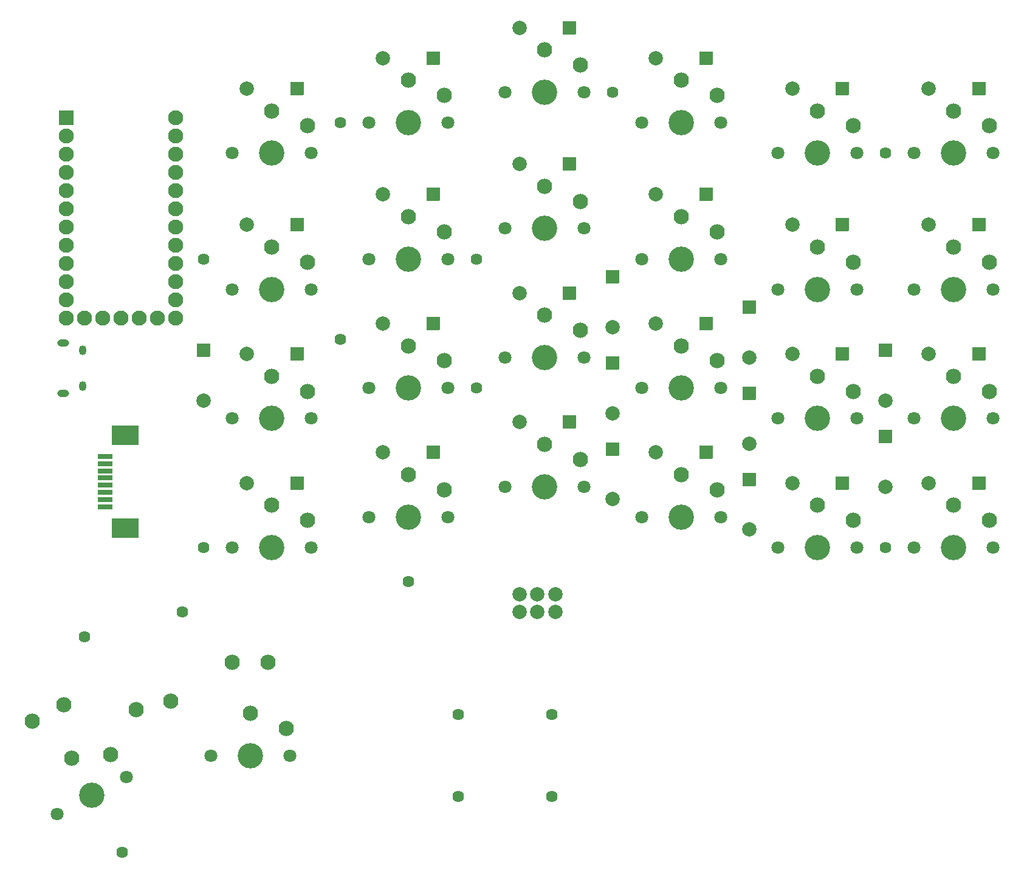
<source format=gbr>
%TF.GenerationSoftware,KiCad,Pcbnew,(6.0.4)*%
%TF.CreationDate,2023-12-12T22:18:02-08:00*%
%TF.ProjectId,keyboard,6b657962-6f61-4726-942e-6b696361645f,v1.0.0*%
%TF.SameCoordinates,Original*%
%TF.FileFunction,Soldermask,Bot*%
%TF.FilePolarity,Negative*%
%FSLAX46Y46*%
G04 Gerber Fmt 4.6, Leading zero omitted, Abs format (unit mm)*
G04 Created by KiCad (PCBNEW (6.0.4)) date 2023-12-12 22:18:02*
%MOMM*%
%LPD*%
G01*
G04 APERTURE LIST*
G04 Aperture macros list*
%AMRoundRect*
0 Rectangle with rounded corners*
0 $1 Rounding radius*
0 $2 $3 $4 $5 $6 $7 $8 $9 X,Y pos of 4 corners*
0 Add a 4 corners polygon primitive as box body*
4,1,4,$2,$3,$4,$5,$6,$7,$8,$9,$2,$3,0*
0 Add four circle primitives for the rounded corners*
1,1,$1+$1,$2,$3*
1,1,$1+$1,$4,$5*
1,1,$1+$1,$6,$7*
1,1,$1+$1,$8,$9*
0 Add four rect primitives between the rounded corners*
20,1,$1+$1,$2,$3,$4,$5,0*
20,1,$1+$1,$4,$5,$6,$7,0*
20,1,$1+$1,$6,$7,$8,$9,0*
20,1,$1+$1,$8,$9,$2,$3,0*%
G04 Aperture macros list end*
%ADD10C,2.132000*%
%ADD11C,1.624000*%
%ADD12C,2.005000*%
%ADD13RoundRect,0.050000X-0.889000X0.889000X-0.889000X-0.889000X0.889000X-0.889000X0.889000X0.889000X0*%
%ADD14C,1.801800*%
%ADD15C,3.529000*%
%ADD16RoundRect,0.050000X0.889000X0.889000X-0.889000X0.889000X-0.889000X-0.889000X0.889000X-0.889000X0*%
%ADD17RoundRect,0.050000X-1.000000X-1.000000X1.000000X-1.000000X1.000000X1.000000X-1.000000X1.000000X0*%
%ADD18C,2.100000*%
%ADD19O,1.650000X0.990000*%
%ADD20O,1.050000X1.350000*%
%ADD21RoundRect,0.050000X-1.000000X0.305000X-1.000000X-0.305000X1.000000X-0.305000X1.000000X0.305000X0*%
%ADD22RoundRect,0.050000X-1.800000X1.340000X-1.800000X-1.340000X1.800000X-1.340000X1.800000X1.340000X0*%
G04 APERTURE END LIST*
D10*
%TO.C,M2*%
X131074261Y-172604805D03*
X135925739Y-171395195D03*
%TD*%
D11*
%TO.C,*%
X235500000Y-150000000D03*
%TD*%
D12*
%TO.C,D28*%
X235500000Y-141500000D03*
D13*
X235500000Y-134500000D03*
%TD*%
D11*
%TO.C,*%
X129125244Y-192496528D03*
%TD*%
D14*
%TO.C,S6*%
X174500000Y-127750000D03*
D15*
X169000000Y-127750000D03*
D14*
X163500000Y-127750000D03*
D10*
X174000000Y-123950000D03*
X169000000Y-121850000D03*
%TD*%
D12*
%TO.C,D16*%
X203500000Y-81750000D03*
D16*
X210500000Y-81750000D03*
%TD*%
D14*
%TO.C,S21*%
X239500000Y-150000000D03*
X250500000Y-150000000D03*
D15*
X245000000Y-150000000D03*
D10*
X250000000Y-146200000D03*
X245000000Y-144100000D03*
%TD*%
D14*
%TO.C,S1*%
X155500000Y-150000000D03*
X144500000Y-150000000D03*
D15*
X150000000Y-150000000D03*
D10*
X155000000Y-146200000D03*
X150000000Y-144100000D03*
%TD*%
D12*
%TO.C,D20*%
X222500000Y-86000000D03*
D16*
X229500000Y-86000000D03*
%TD*%
D12*
%TO.C,D36*%
X140500000Y-129500000D03*
D13*
X140500000Y-122500000D03*
%TD*%
D12*
%TO.C,D17*%
X222500000Y-141000000D03*
D16*
X229500000Y-141000000D03*
%TD*%
D12*
%TO.C,D7*%
X165500000Y-100750000D03*
D16*
X172500000Y-100750000D03*
%TD*%
D12*
%TO.C,D35*%
X184500000Y-159000000D03*
X187000000Y-159000000D03*
X189500000Y-159000000D03*
X184500000Y-156500000D03*
X187000000Y-156500000D03*
X189500000Y-156500000D03*
%TD*%
D11*
%TO.C,*%
X140500000Y-150000000D03*
%TD*%
D12*
%TO.C,D30*%
X216500000Y-135500000D03*
D13*
X216500000Y-128500000D03*
%TD*%
D11*
%TO.C,*%
X189000000Y-184700000D03*
%TD*%
%TO.C,*%
X159500000Y-121000000D03*
%TD*%
D12*
%TO.C,D8*%
X165500000Y-81750000D03*
D16*
X172500000Y-81750000D03*
%TD*%
D15*
%TO.C,S22*%
X245000000Y-132000000D03*
D14*
X250500000Y-132000000D03*
X239500000Y-132000000D03*
D10*
X250000000Y-128200000D03*
X245000000Y-126100000D03*
%TD*%
D14*
%TO.C,S16*%
X212500000Y-90750000D03*
D15*
X207000000Y-90750000D03*
D14*
X201500000Y-90750000D03*
D10*
X212000000Y-86950000D03*
X207000000Y-84850000D03*
%TD*%
D12*
%TO.C,D15*%
X203500000Y-100750000D03*
D16*
X210500000Y-100750000D03*
%TD*%
D14*
%TO.C,S7*%
X174500000Y-109750000D03*
D15*
X169000000Y-109750000D03*
D14*
X163500000Y-109750000D03*
D10*
X174000000Y-105950000D03*
X169000000Y-103850000D03*
%TD*%
D12*
%TO.C,D33*%
X197500000Y-131250000D03*
D13*
X197500000Y-124250000D03*
%TD*%
D11*
%TO.C,*%
X176000000Y-173300000D03*
%TD*%
D15*
%TO.C,S11*%
X188000000Y-105500000D03*
D14*
X193500000Y-105500000D03*
X182500000Y-105500000D03*
D10*
X193000000Y-101700000D03*
X188000000Y-99600000D03*
%TD*%
D14*
%TO.C,S23*%
X250500000Y-114000000D03*
D15*
X245000000Y-114000000D03*
D14*
X239500000Y-114000000D03*
D10*
X250000000Y-110200000D03*
X245000000Y-108100000D03*
%TD*%
D14*
%TO.C,S18*%
X220500000Y-132000000D03*
D15*
X226000000Y-132000000D03*
D14*
X231500000Y-132000000D03*
D10*
X231000000Y-128200000D03*
X226000000Y-126100000D03*
%TD*%
D15*
%TO.C,S13*%
X207000000Y-145750000D03*
D14*
X212500000Y-145750000D03*
X201500000Y-145750000D03*
D10*
X212000000Y-141950000D03*
X207000000Y-139850000D03*
%TD*%
D12*
%TO.C,D21*%
X241500000Y-141000000D03*
D16*
X248500000Y-141000000D03*
%TD*%
D14*
%TO.C,S10*%
X182500000Y-123500000D03*
X193500000Y-123500000D03*
D15*
X188000000Y-123500000D03*
D10*
X193000000Y-119700000D03*
X188000000Y-117600000D03*
%TD*%
D12*
%TO.C,D22*%
X241500000Y-123000000D03*
D16*
X248500000Y-123000000D03*
%TD*%
D11*
%TO.C,*%
X178500000Y-127750000D03*
%TD*%
D14*
%TO.C,S19*%
X220500000Y-114000000D03*
D15*
X226000000Y-114000000D03*
D14*
X231500000Y-114000000D03*
D10*
X231000000Y-110200000D03*
X226000000Y-108100000D03*
%TD*%
D12*
%TO.C,D12*%
X184500000Y-77500000D03*
D16*
X191500000Y-77500000D03*
%TD*%
D11*
%TO.C,*%
X189000000Y-173300000D03*
%TD*%
%TO.C,*%
X140500000Y-109750000D03*
%TD*%
D14*
%TO.C,S4*%
X155500000Y-95000000D03*
D15*
X150000000Y-95000000D03*
D14*
X144500000Y-95000000D03*
D10*
X155000000Y-91200000D03*
X150000000Y-89100000D03*
%TD*%
D14*
%TO.C,S20*%
X231500000Y-95000000D03*
D15*
X226000000Y-95000000D03*
D14*
X220500000Y-95000000D03*
D10*
X231000000Y-91200000D03*
X226000000Y-89100000D03*
%TD*%
D15*
%TO.C,S9*%
X188000000Y-141500000D03*
D14*
X182500000Y-141500000D03*
X193500000Y-141500000D03*
D10*
X193000000Y-137700000D03*
X188000000Y-135600000D03*
%TD*%
D12*
%TO.C,D19*%
X222500000Y-105000000D03*
D16*
X229500000Y-105000000D03*
%TD*%
D11*
%TO.C,*%
X137500000Y-159000000D03*
%TD*%
D14*
%TO.C,S17*%
X231500000Y-150000000D03*
D15*
X226000000Y-150000000D03*
D14*
X220500000Y-150000000D03*
D10*
X231000000Y-146200000D03*
X226000000Y-144100000D03*
%TD*%
D14*
%TO.C,S24*%
X250500000Y-95000000D03*
D15*
X245000000Y-95000000D03*
D14*
X239500000Y-95000000D03*
D10*
X250000000Y-91200000D03*
X245000000Y-89100000D03*
%TD*%
D12*
%TO.C,D1*%
X146500000Y-141000000D03*
D16*
X153500000Y-141000000D03*
%TD*%
D10*
%TO.C,M3*%
X116589501Y-174245360D03*
X121004239Y-171898002D03*
%TD*%
D15*
%TO.C,S25*%
X147000000Y-179000000D03*
D14*
X152500000Y-179000000D03*
X141500000Y-179000000D03*
D10*
X152000000Y-175200000D03*
X147000000Y-173100000D03*
%TD*%
D14*
%TO.C,S2*%
X155500000Y-132000000D03*
X144500000Y-132000000D03*
D15*
X150000000Y-132000000D03*
D10*
X155000000Y-128200000D03*
X150000000Y-126100000D03*
%TD*%
D11*
%TO.C,*%
X197500000Y-86500000D03*
%TD*%
%TO.C,*%
X178500000Y-109750000D03*
%TD*%
D14*
%TO.C,S3*%
X144500000Y-114000000D03*
X155500000Y-114000000D03*
D15*
X150000000Y-114000000D03*
D10*
X155000000Y-110200000D03*
X150000000Y-108100000D03*
%TD*%
D15*
%TO.C,S14*%
X207000000Y-127750000D03*
D14*
X201500000Y-127750000D03*
X212500000Y-127750000D03*
D10*
X212000000Y-123950000D03*
X207000000Y-121850000D03*
%TD*%
D12*
%TO.C,D11*%
X184500000Y-96500000D03*
D16*
X191500000Y-96500000D03*
%TD*%
D11*
%TO.C,*%
X159500000Y-90750000D03*
%TD*%
D10*
%TO.C,M1*%
X144500000Y-166000000D03*
X149500000Y-166000000D03*
%TD*%
D14*
%TO.C,S5*%
X163500000Y-145750000D03*
X174500000Y-145750000D03*
D15*
X169000000Y-145750000D03*
D10*
X174000000Y-141950000D03*
X169000000Y-139850000D03*
%TD*%
D14*
%TO.C,S26*%
X129756212Y-181967906D03*
X120043788Y-187132094D03*
D15*
X124900000Y-184550000D03*
D10*
X127530746Y-178847441D03*
X122130118Y-179340609D03*
%TD*%
D12*
%TO.C,D31*%
X216500000Y-147500000D03*
D13*
X216500000Y-140500000D03*
%TD*%
D12*
%TO.C,D6*%
X165500000Y-118750000D03*
D16*
X172500000Y-118750000D03*
%TD*%
D12*
%TO.C,D9*%
X184500000Y-132500000D03*
D16*
X191500000Y-132500000D03*
%TD*%
D17*
%TO.C,*%
X121380000Y-90030000D03*
D18*
X121380000Y-92570000D03*
X121380000Y-95110000D03*
X121380000Y-97650000D03*
X121380000Y-100190000D03*
X121380000Y-102730000D03*
X121380000Y-105270000D03*
X121380000Y-107810000D03*
X121380000Y-110350000D03*
X121380000Y-112890000D03*
X121380000Y-115430000D03*
X121380000Y-117970000D03*
X136620000Y-117970000D03*
X136620000Y-115430000D03*
X136620000Y-112890000D03*
X136620000Y-110350000D03*
X136620000Y-107810000D03*
X136620000Y-105270000D03*
X136620000Y-102730000D03*
X136620000Y-100190000D03*
X136620000Y-97650000D03*
X136620000Y-95110000D03*
X136620000Y-92570000D03*
X136620000Y-90030000D03*
X123920000Y-117970000D03*
X126460000Y-117970000D03*
X129000000Y-117970000D03*
X131540000Y-117970000D03*
X134080000Y-117970000D03*
%TD*%
D14*
%TO.C,S15*%
X201500000Y-109750000D03*
X212500000Y-109750000D03*
D15*
X207000000Y-109750000D03*
D10*
X212000000Y-105950000D03*
X207000000Y-103850000D03*
%TD*%
D19*
%TO.C,*%
X120900000Y-121500000D03*
D20*
X123600000Y-122500000D03*
D19*
X120900000Y-128500000D03*
D20*
X123600000Y-127500000D03*
%TD*%
D12*
%TO.C,D13*%
X203500000Y-136750000D03*
D16*
X210500000Y-136750000D03*
%TD*%
D12*
%TO.C,D4*%
X146500000Y-86000000D03*
D16*
X153500000Y-86000000D03*
%TD*%
D12*
%TO.C,D32*%
X197500000Y-143250000D03*
D13*
X197500000Y-136250000D03*
%TD*%
D12*
%TO.C,D3*%
X146500000Y-105000000D03*
D16*
X153500000Y-105000000D03*
%TD*%
D11*
%TO.C,*%
X235500000Y-95000000D03*
%TD*%
%TO.C,*%
X176000000Y-184700000D03*
%TD*%
D12*
%TO.C,D24*%
X241500000Y-86000000D03*
D16*
X248500000Y-86000000D03*
%TD*%
D12*
%TO.C,D10*%
X184500000Y-114500000D03*
D16*
X191500000Y-114500000D03*
%TD*%
D12*
%TO.C,D27*%
X235500000Y-129500000D03*
D13*
X235500000Y-122500000D03*
%TD*%
D12*
%TO.C,D29*%
X216500000Y-123500000D03*
D13*
X216500000Y-116500000D03*
%TD*%
D11*
%TO.C,*%
X169000000Y-154750000D03*
%TD*%
D12*
%TO.C,D23*%
X241500000Y-105000000D03*
D16*
X248500000Y-105000000D03*
%TD*%
D12*
%TO.C,D14*%
X203500000Y-118750000D03*
D16*
X210500000Y-118750000D03*
%TD*%
D12*
%TO.C,D18*%
X222500000Y-123000000D03*
D16*
X229500000Y-123000000D03*
%TD*%
D14*
%TO.C,S12*%
X193500000Y-86500000D03*
X182500000Y-86500000D03*
D15*
X188000000Y-86500000D03*
D10*
X193000000Y-82700000D03*
X188000000Y-80600000D03*
%TD*%
D12*
%TO.C,D2*%
X146500000Y-123000000D03*
D16*
X153500000Y-123000000D03*
%TD*%
D12*
%TO.C,D5*%
X165500000Y-136750000D03*
D16*
X172500000Y-136750000D03*
%TD*%
D14*
%TO.C,S8*%
X174500000Y-90750000D03*
D15*
X169000000Y-90750000D03*
D14*
X163500000Y-90750000D03*
D10*
X174000000Y-86950000D03*
X169000000Y-84850000D03*
%TD*%
D11*
%TO.C,*%
X123898571Y-162431068D03*
%TD*%
D12*
%TO.C,D34*%
X197500000Y-119250000D03*
D13*
X197500000Y-112250000D03*
%TD*%
D21*
%TO.C,*%
X126750000Y-137300000D03*
X126750000Y-138300000D03*
X126750000Y-139300000D03*
X126750000Y-140300000D03*
X126750000Y-141300000D03*
X126750000Y-142300000D03*
X126750000Y-143300000D03*
X126750000Y-144300000D03*
D22*
X129550000Y-147290000D03*
X129550000Y-134310000D03*
%TD*%
M02*

</source>
